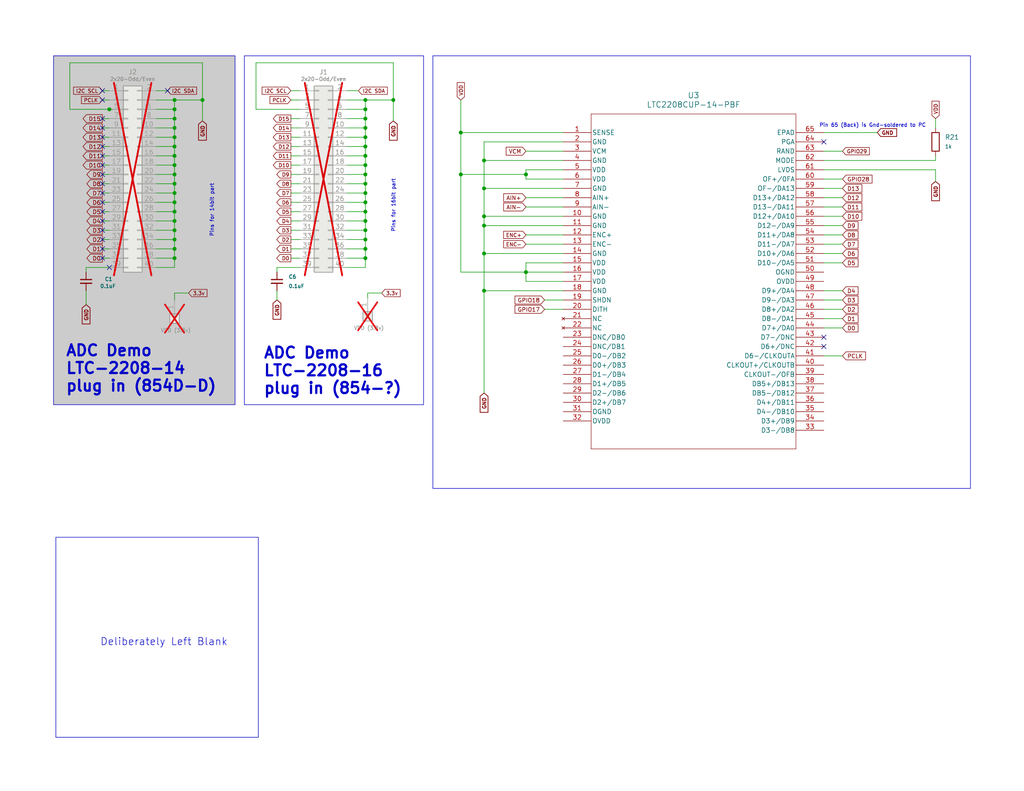
<source format=kicad_sch>
(kicad_sch (version 20231120) (generator "eeschema") (generator_version "8.0")
  (paper "USLetter")
  (title_block (title "PSWS-HF103-proto") (date "2025-04-28") (rev "0.1.0") (company "Dave Witten, KD0EAG") (comment 2 "[ A Minimalist Rework of HF-103 designed by Oskar Stella, ik1xpv ]") (comment 3 "Infineon/Cypress  FX3 DevKit and LTC2208 Demo modules") (comment 4 "A development straw-man based on the") (comment 5 " "))
  (lib_symbols
    (symbol "Connector_Generic:Conn_01x01" (pin_names (offset 1.016) hide)
      (property "Reference" "J" (at 0 2.54 0))
      (property "Value" "Conn_01x01" (at 0 -2.54 0))
      (symbol "Conn_01x01_1_1"
        (rectangle (start -1.27 0.127) (end 0 -0.127) (stroke (width 0.1524)))
        (rectangle (start -1.27 1.27) (end 1.27 -1.27) (stroke (width 0.254)) (fill (type background)))
        (pin passive line (at -5.08 0 0) (length 3.81) (name "Pin_1") (number "1"))
      )
    )
    (symbol "Connector_Generic:Conn_02x20_Odd_Even" (pin_names (offset 1.016) hide)
      (property "Reference" "J" (at 1.27 25.4 0))
      (property "Value" "Conn_02x20_Odd_Even" (at 1.27 -27.94 0))
      (symbol "Conn_02x20_Odd_Even_1_1"
        (rectangle (start -1.27 -25.273) (end 0 -25.527) (stroke (width 0.1524)))
        (rectangle (start -1.27 -22.733) (end 0 -22.987) (stroke (width 0.1524)))
        (rectangle (start -1.27 -20.193) (end 0 -20.447) (stroke (width 0.1524)))
        (rectangle (start -1.27 -17.653) (end 0 -17.907) (stroke (width 0.1524)))
        (rectangle (start -1.27 -15.113) (end 0 -15.367) (stroke (width 0.1524)))
        (rectangle (start -1.27 -12.573) (end 0 -12.827) (stroke (width 0.1524)))
        (rectangle (start -1.27 -10.033) (end 0 -10.287) (stroke (width 0.1524)))
        (rectangle (start -1.27 -7.493) (end 0 -7.747) (stroke (width 0.1524)))
        (rectangle (start -1.27 -4.953) (end 0 -5.207) (stroke (width 0.1524)))
        (rectangle (start -1.27 -2.413) (end 0 -2.667) (stroke (width 0.1524)))
        (rectangle (start -1.27 0.127) (end 0 -0.127) (stroke (width 0.1524)))
        (rectangle (start -1.27 2.667) (end 0 2.413) (stroke (width 0.1524)))
        (rectangle (start -1.27 5.207) (end 0 4.953) (stroke (width 0.1524)))
        (rectangle (start -1.27 7.747) (end 0 7.493) (stroke (width 0.1524)))
        (rectangle (start -1.27 10.287) (end 0 10.033) (stroke (width 0.1524)))
        (rectangle (start -1.27 12.827) (end 0 12.573) (stroke (width 0.1524)))
        (rectangle (start -1.27 15.367) (end 0 15.113) (stroke (width 0.1524)))
        (rectangle (start -1.27 17.907) (end 0 17.653) (stroke (width 0.1524)))
        (rectangle (start -1.27 20.447) (end 0 20.193) (stroke (width 0.1524)))
        (rectangle (start -1.27 22.987) (end 0 22.733) (stroke (width 0.1524)))
        (rectangle (start -1.27 24.13) (end 3.81 -26.67) (stroke (width 0.254)) (fill (type background)))
        (rectangle (start 3.81 -25.273) (end 2.54 -25.527) (stroke (width 0.1524)))
        (rectangle (start 3.81 -22.733) (end 2.54 -22.987) (stroke (width 0.1524)))
        (rectangle (start 3.81 -20.193) (end 2.54 -20.447) (stroke (width 0.1524)))
        (rectangle (start 3.81 -17.653) (end 2.54 -17.907) (stroke (width 0.1524)))
        (rectangle (start 3.81 -15.113) (end 2.54 -15.367) (stroke (width 0.1524)))
        (rectangle (start 3.81 -12.573) (end 2.54 -12.827) (stroke (width 0.1524)))
        (rectangle (start 3.81 -10.033) (end 2.54 -10.287) (stroke (width 0.1524)))
        (rectangle (start 3.81 -7.493) (end 2.54 -7.747) (stroke (width 0.1524)))
        (rectangle (start 3.81 -4.953) (end 2.54 -5.207) (stroke (width 0.1524)))
        (rectangle (start 3.81 -2.413) (end 2.54 -2.667) (stroke (width 0.1524)))
        (rectangle (start 3.81 0.127) (end 2.54 -0.127) (stroke (width 0.1524)))
        (rectangle (start 3.81 2.667) (end 2.54 2.413) (stroke (width 0.1524)))
        (rectangle (start 3.81 5.207) (end 2.54 4.953) (stroke (width 0.1524)))
        (rectangle (start 3.81 7.747) (end 2.54 7.493) (stroke (width 0.1524)))
        (rectangle (start 3.81 10.287) (end 2.54 10.033) (stroke (width 0.1524)))
        (rectangle (start 3.81 12.827) (end 2.54 12.573) (stroke (width 0.1524)))
        (rectangle (start 3.81 15.367) (end 2.54 15.113) (stroke (width 0.1524)))
        (rectangle (start 3.81 17.907) (end 2.54 17.653) (stroke (width 0.1524)))
        (rectangle (start 3.81 20.447) (end 2.54 20.193) (stroke (width 0.1524)))
        (rectangle (start 3.81 22.987) (end 2.54 22.733) (stroke (width 0.1524)))
        (pin passive line (at -5.08 22.86 0) (length 3.81) (name "Pin_1") (number "1"))
        (pin passive line (at 7.62 12.7 180) (length 3.81) (name "Pin_10") (number "10"))
        (pin passive line (at -5.08 10.16 0) (length 3.81) (name "Pin_11") (number "11"))
        (pin passive line (at 7.62 10.16 180) (length 3.81) (name "Pin_12") (number "12"))
        (pin passive line (at -5.08 7.62 0) (length 3.81) (name "Pin_13") (number "13"))
        (pin passive line (at 7.62 7.62 180) (length 3.81) (name "Pin_14") (number "14"))
        (pin passive line (at -5.08 5.08 0) (length 3.81) (name "Pin_15") (number "15"))
        (pin passive line (at 7.62 5.08 180) (length 3.81) (name "Pin_16") (number "16"))
        (pin passive line (at -5.08 2.54 0) (length 3.81) (name "Pin_17") (number "17"))
        (pin passive line (at 7.62 2.54 180) (length 3.81) (name "Pin_18") (number "18"))
        (pin passive line (at -5.08 0 0) (length 3.81) (name "Pin_19") (number "19"))
        (pin passive line (at 7.62 22.86 180) (length 3.81) (name "Pin_2") (number "2"))
        (pin passive line (at 7.62 0 180) (length 3.81) (name "Pin_20") (number "20"))
        (pin passive line (at -5.08 -2.54 0) (length 3.81) (name "Pin_21") (number "21"))
        (pin passive line (at 7.62 -2.54 180) (length 3.81) (name "Pin_22") (number "22"))
        (pin passive line (at -5.08 -5.08 0) (length 3.81) (name "Pin_23") (number "23"))
        (pin passive line (at 7.62 -5.08 180) (length 3.81) (name "Pin_24") (number "24"))
        (pin passive line (at -5.08 -7.62 0) (length 3.81) (name "Pin_25") (number "25"))
        (pin passive line (at 7.62 -7.62 180) (length 3.81) (name "Pin_26") (number "26"))
        (pin passive line (at -5.08 -10.16 0) (length 3.81) (name "Pin_27") (number "27"))
        (pin passive line (at 7.62 -10.16 180) (length 3.81) (name "Pin_28") (number "28"))
        (pin passive line (at -5.08 -12.7 0) (length 3.81) (name "Pin_29") (number "29"))
        (pin passive line (at -5.08 20.32 0) (length 3.81) (name "Pin_3") (number "3"))
        (pin passive line (at 7.62 -12.7 180) (length 3.81) (name "Pin_30") (number "30"))
        (pin passive line (at -5.08 -15.24 0) (length 3.81) (name "Pin_31") (number "31"))
        (pin passive line (at 7.62 -15.24 180) (length 3.81) (name "Pin_32") (number "32"))
        (pin passive line (at -5.08 -17.78 0) (length 3.81) (name "Pin_33") (number "33"))
        (pin passive line (at 7.62 -17.78 180) (length 3.81) (name "Pin_34") (number "34"))
        (pin passive line (at -5.08 -20.32 0) (length 3.81) (name "Pin_35") (number "35"))
        (pin passive line (at 7.62 -20.32 180) (length 3.81) (name "Pin_36") (number "36"))
        (pin passive line (at -5.08 -22.86 0) (length 3.81) (name "Pin_37") (number "37"))
        (pin passive line (at 7.62 -22.86 180) (length 3.81) (name "Pin_38") (number "38"))
        (pin passive line (at -5.08 -25.4 0) (length 3.81) (name "Pin_39") (number "39"))
        (pin passive line (at 7.62 20.32 180) (length 3.81) (name "Pin_4") (number "4"))
        (pin passive line (at 7.62 -25.4 180) (length 3.81) (name "Pin_40") (number "40"))
        (pin passive line (at -5.08 17.78 0) (length 3.81) (name "Pin_5") (number "5"))
        (pin passive line (at 7.62 17.78 180) (length 3.81) (name "Pin_6") (number "6"))
        (pin passive line (at -5.08 15.24 0) (length 3.81) (name "Pin_7") (number "7"))
        (pin passive line (at 7.62 15.24 180) (length 3.81) (name "Pin_8") (number "8"))
        (pin passive line (at -5.08 12.7 0) (length 3.81) (name "Pin_9") (number "9"))
      )
    )
    (symbol "Device:C_Small" (pin_numbers hide) (pin_names (offset 0.254) hide)
      (property "Reference" "C" (at 0.254 1.778 0))
      (property "Value" "C_Small" (at 0.254 -2.032 0))
      (symbol "C_Small_0_1"
        (polyline (pts (xy -1.524 -0.508) (xy 1.524 -0.508)) (stroke (width 0.3302)))
        (polyline (pts (xy -1.524 0.508) (xy 1.524 0.508)) (stroke (width 0.3048)))
      )
      (symbol "C_Small_1_1"
        (pin passive line (at 0 2.54 270) (length 2.032) (name "~") (number "1"))
        (pin passive line (at 0 -2.54 90) (length 2.032) (name "~") (number "2"))
      )
    )
    (symbol "Device:R" (pin_numbers hide) (pin_names (offset 0))
      (property "Reference" "R" (at 2.032 0 90))
      (property "Value" "R" (at 0 0 90))
      (symbol "R_0_1"
        (rectangle (start -1.016 -2.54) (end 1.016 2.54) (stroke (width 0.254)))
      )
      (symbol "R_1_1"
        (pin passive line (at 0 3.81 270) (length 1.27) (name "~") (number "1"))
        (pin passive line (at 0 -3.81 90) (length 1.27) (name "~") (number "2"))
      )
    )
    (symbol "HF103-redux:LTC2208CUP-14-PBF" (pin_names (offset 0.254))
      (property "Reference" "U" (at 35.56 10.16 0))
      (property "Value" "LTC2208CUP-14-PBF" (at 35.56 7.62 0))
      (symbol "LTC2208CUP-14-PBF_0_1"
        (polyline (pts (xy 7.62 -86.36) (xy 63.5 -86.36)) (stroke (width 0.127)))
        (polyline (pts (xy 7.62 5.08) (xy 7.62 -86.36)) (stroke (width 0.127)))
        (polyline (pts (xy 63.5 -86.36) (xy 63.5 5.08)) (stroke (width 0.127)))
        (polyline (pts (xy 63.5 5.08) (xy 7.62 5.08)) (stroke (width 0.127)))
        (pin input line (at 0 0 0) (length 7.62) (name "SENSE") (number "1"))
        (pin power_in line (at 0 -22.86 0) (length 7.62) (name "GND") (number "10"))
        (pin power_in line (at 0 -25.4 0) (length 7.62) (name "GND") (number "11"))
        (pin input line (at 0 -27.94 0) (length 7.62) (name "ENC+") (number "12"))
        (pin input line (at 0 -30.48 0) (length 7.62) (name "ENC-") (number "13"))
        (pin power_in line (at 0 -33.02 0) (length 7.62) (name "GND") (number "14"))
        (pin power_in line (at 0 -35.56 0) (length 7.62) (name "VDD") (number "15"))
        (pin power_in line (at 0 -38.1 0) (length 7.62) (name "VDD") (number "16"))
        (pin power_in line (at 0 -40.64 0) (length 7.62) (name "VDD") (number "17"))
        (pin power_in line (at 0 -43.18 0) (length 7.62) (name "GND") (number "18"))
        (pin unspecified line (at 0 -45.72 0) (length 7.62) (name "SHDN") (number "19"))
        (pin power_in line (at 0 -2.54 0) (length 7.62) (name "GND") (number "2"))
        (pin unspecified line (at 0 -48.26 0) (length 7.62) (name "DITH") (number "20"))
        (pin no_connect line (at 0 -50.8 0) (length 7.62) (name "NC") (number "21"))
        (pin no_connect line (at 0 -53.34 0) (length 7.62) (name "NC") (number "22"))
        (pin bidirectional line (at 0 -55.88 0) (length 7.62) (name "DNC/DB0") (number "23"))
        (pin bidirectional line (at 0 -58.42 0) (length 7.62) (name "DNC/DB1") (number "24"))
        (pin output line (at 0 -60.96 0) (length 7.62) (name "D0-/DB2") (number "25"))
        (pin output line (at 0 -63.5 0) (length 7.62) (name "D0+/DB3") (number "26"))
        (pin output line (at 0 -66.04 0) (length 7.62) (name "D1-/DB4") (number "27"))
        (pin output line (at 0 -68.58 0) (length 7.62) (name "D1+/DB5") (number "28"))
        (pin output line (at 0 -71.12 0) (length 7.62) (name "D2-/DB6") (number "29"))
        (pin output line (at 0 -5.08 0) (length 7.62) (name "VCM") (number "3"))
        (pin output line (at 0 -73.66 0) (length 7.62) (name "D2+/DB7") (number "30"))
        (pin power_in line (at 0 -76.2 0) (length 7.62) (name "OGND") (number "31"))
        (pin power_in line (at 0 -78.74 0) (length 7.62) (name "OVDD") (number "32"))
        (pin output line (at 71.12 -81.28 180) (length 7.62) (name "D3-/DB8") (number "33"))
        (pin output line (at 71.12 -78.74 180) (length 7.62) (name "D3+/DB9") (number "34"))
        (pin output line (at 71.12 -76.2 180) (length 7.62) (name "D4-/DB10") (number "35"))
        (pin output line (at 71.12 -73.66 180) (length 7.62) (name "D4+/DB11") (number "36"))
        (pin output line (at 71.12 -71.12 180) (length 7.62) (name "DB5-/DB12") (number "37"))
        (pin output line (at 71.12 -68.58 180) (length 7.62) (name "DB5+/DB13") (number "38"))
        (pin output line (at 71.12 -66.04 180) (length 7.62) (name "CLKOUT-/OFB") (number "39"))
        (pin power_in line (at 0 -7.62 0) (length 7.62) (name "GND") (number "4"))
        (pin output line (at 71.12 -63.5 180) (length 7.62) (name "CLKOUT+/CLKOUTB") (number "40"))
        (pin output line (at 71.12 -60.96 180) (length 7.62) (name "D6-/CLKOUTA") (number "41"))
        (pin bidirectional line (at 71.12 -58.42 180) (length 7.62) (name "D6+/DNC") (number "42"))
        (pin bidirectional line (at 71.12 -55.88 180) (length 7.62) (name "D7-/DNC") (number "43"))
        (pin output line (at 71.12 -53.34 180) (length 7.62) (name "D7+/DA0") (number "44"))
        (pin output line (at 71.12 -50.8 180) (length 7.62) (name "D8-/DA1") (number "45"))
        (pin output line (at 71.12 -48.26 180) (length 7.62) (name "D8+/DA2") (number "46"))
        (pin output line (at 71.12 -45.72 180) (length 7.62) (name "D9-/DA3") (number "47"))
        (pin output line (at 71.12 -43.18 180) (length 7.62) (name "D9+/DA4") (number "48"))
        (pin power_in line (at 71.12 -40.64 180) (length 7.62) (name "OVDD") (number "49"))
        (pin power_in line (at 0 -10.16 0) (length 7.62) (name "VDD") (number "5"))
        (pin power_in line (at 71.12 -38.1 180) (length 7.62) (name "OGND") (number "50"))
        (pin output line (at 71.12 -35.56 180) (length 7.62) (name "D10-/DA5") (number "51"))
        (pin output line (at 71.12 -33.02 180) (length 7.62) (name "D10+/DA6") (number "52"))
        (pin output line (at 71.12 -30.48 180) (length 7.62) (name "D11-/DA7") (number "53"))
        (pin output line (at 71.12 -27.94 180) (length 7.62) (name "D11+/DA8") (number "54"))
        (pin output line (at 71.12 -25.4 180) (length 7.62) (name "D12-/DA9") (number "55"))
        (pin output line (at 71.12 -22.86 180) (length 7.62) (name "D12+/DA10") (number "56"))
        (pin output line (at 71.12 -20.32 180) (length 7.62) (name "D13-/DA11") (number "57"))
        (pin output line (at 71.12 -17.78 180) (length 7.62) (name "D13+/DA12") (number "58"))
        (pin output line (at 71.12 -15.24 180) (length 7.62) (name "OF-/DA13") (number "59"))
        (pin power_in line (at 0 -12.7 0) (length 7.62) (name "VDD") (number "6"))
        (pin output line (at 71.12 -12.7 180) (length 7.62) (name "OF+/0FA") (number "60"))
        (pin output line (at 71.12 -10.16 180) (length 7.62) (name "LVDS") (number "61"))
        (pin output line (at 71.12 -7.62 180) (length 7.62) (name "MODE") (number "62"))
        (pin output line (at 71.12 -5.08 180) (length 7.62) (name "RAND") (number "63"))
        (pin input line (at 71.12 -2.54 180) (length 7.62) (name "PGA") (number "64"))
        (pin unspecified line (at 71.12 0 180) (length 7.62) (name "EPAD") (number "65"))
        (pin power_in line (at 0 -15.24 0) (length 7.62) (name "GND") (number "7"))
        (pin input line (at 0 -17.78 0) (length 7.62) (name "AIN+") (number "8"))
        (pin input line (at 0 -20.32 0) (length 7.62) (name "AIN-") (number "9"))
      )
    )
  )
  (junction (at 99.695 55.245))
  (junction (at 47.625 70.485))
  (junction (at 132.08 79.375))
  (junction (at 99.695 42.545))
  (junction (at 132.08 59.055))
  (junction (at 47.625 65.405))
  (junction (at 132.08 69.215))
  (junction (at 47.625 67.945))
  (junction (at 143.51 47.625))
  (junction (at 47.625 37.465))
  (junction (at 132.08 61.595))
  (junction (at 55.245 27.305))
  (junction (at 99.695 67.945))
  (junction (at 47.625 27.305))
  (junction (at 99.695 65.405))
  (junction (at 99.695 60.325))
  (junction (at 29.845 29.845))
  (junction (at 125.73 47.625))
  (junction (at 99.695 57.785))
  (junction (at 47.625 50.165))
  (junction (at 99.695 32.385))
  (junction (at 143.51 74.295))
  (junction (at 47.625 52.705))
  (junction (at 47.625 60.325))
  (junction (at 99.695 70.485))
  (junction (at 125.73 36.195))
  (junction (at 99.695 29.845))
  (junction (at 132.08 43.815))
  (junction (at 47.625 45.085))
  (junction (at 99.695 50.165))
  (junction (at 47.625 32.385))
  (junction (at 47.625 55.245))
  (junction (at 47.625 34.925))
  (junction (at 99.695 37.465))
  (junction (at 99.695 62.865))
  (junction (at 132.08 51.435))
  (junction (at 47.625 62.865))
  (junction (at 99.695 47.625))
  (junction (at 47.625 57.785))
  (junction (at 99.695 27.305))
  (junction (at 99.695 52.705))
  (junction (at 47.625 29.845))
  (junction (at 99.695 40.005))
  (junction (at 107.315 27.305))
  (junction (at 99.695 45.085))
  (junction (at 47.625 42.545))
  (junction (at 47.625 47.625))
  (junction (at 99.695 34.925))
  (junction (at 47.625 40.005))
  (no_connect (at 224.79 94.615))
  (no_connect (at 27.94 70.485))
  (no_connect (at 27.94 67.945))
  (no_connect (at 27.94 47.625))
  (no_connect (at 27.94 45.085))
  (no_connect (at 27.94 65.405))
  (no_connect (at 27.94 27.305))
  (no_connect (at 27.94 24.765))
  (no_connect (at 27.94 34.925))
  (no_connect (at 27.94 52.705))
  (no_connect (at 27.94 60.325))
  (no_connect (at 27.94 37.465))
  (no_connect (at 27.94 50.165))
  (no_connect (at 27.94 62.865))
  (no_connect (at 27.94 55.245))
  (no_connect (at 27.94 42.545))
  (no_connect (at 29.845 73.025))
  (no_connect (at 27.94 40.005))
  (no_connect (at 27.94 57.785))
  (no_connect (at 224.79 92.075))
  (no_connect (at 27.94 32.385))
  (no_connect (at 224.79 38.735))
  (no_connect (at 45.72 24.765))
  (wire (pts (xy 132.08 107.315) (xy 132.08 79.375)))
  (wire (pts (xy 69.85 17.145) (xy 69.85 29.845)))
  (wire (pts (xy 255.27 42.545) (xy 255.27 43.815)))
  (wire (pts (xy 27.94 47.625) (xy 29.845 47.625)))
  (wire (pts (xy 47.625 34.925) (xy 42.545 34.925)))
  (wire (pts (xy 27.94 70.485) (xy 29.845 70.485)))
  (wire (pts (xy 132.08 59.055) (xy 153.67 59.055)))
  (wire (pts (xy 224.79 84.455) (xy 229.87 84.455)))
  (wire (pts (xy 143.51 47.625) (xy 143.51 48.895)))
  (wire (pts (xy 99.695 57.785) (xy 99.695 60.325)))
  (wire (pts (xy 99.695 40.005) (xy 94.615 40.005)))
  (wire (pts (xy 224.79 41.275) (xy 229.87 41.275)))
  (wire (pts (xy 99.695 52.705) (xy 99.695 55.245)))
  (wire (pts (xy 125.73 74.295) (xy 143.51 74.295)))
  (wire (pts (xy 81.915 29.845) (xy 69.85 29.845)))
  (wire (pts (xy 143.51 71.755) (xy 153.67 71.755)))
  (wire (pts (xy 27.94 65.405) (xy 29.845 65.405)))
  (wire (pts (xy 47.625 60.325) (xy 47.625 62.865)))
  (wire (pts (xy 79.375 32.385) (xy 81.915 32.385)))
  (wire (pts (xy 99.695 50.165) (xy 94.615 50.165)))
  (wire (pts (xy 75.565 73.025) (xy 81.915 73.025)))
  (wire (pts (xy 143.51 76.835) (xy 153.67 76.835)))
  (wire (pts (xy 47.625 52.705) (xy 47.625 55.245)))
  (wire (pts (xy 31.115 29.845) (xy 29.845 29.845)))
  (wire (pts (xy 143.51 46.355) (xy 153.67 46.355)))
  (wire (pts (xy 99.695 60.325) (xy 99.695 62.865)))
  (wire (pts (xy 47.625 32.385) (xy 42.545 32.385)))
  (wire (pts (xy 143.51 46.355) (xy 143.51 47.625)))
  (wire (pts (xy 47.625 40.005) (xy 47.625 42.545)))
  (wire (pts (xy 143.51 71.755) (xy 143.51 74.295)))
  (wire (pts (xy 27.94 37.465) (xy 29.845 37.465)))
  (wire (pts (xy 224.79 79.375) (xy 229.87 79.375)))
  (wire (pts (xy 47.625 50.165) (xy 42.545 50.165)))
  (wire (pts (xy 79.375 24.765) (xy 81.915 24.765)))
  (wire (pts (xy 47.625 55.245) (xy 47.625 57.785)))
  (wire (pts (xy 132.08 69.215) (xy 153.67 69.215)))
  (wire (pts (xy 47.625 47.625) (xy 42.545 47.625)))
  (wire (pts (xy 125.73 36.195) (xy 153.67 36.195)))
  (wire (pts (xy 79.375 57.785) (xy 81.915 57.785)))
  (wire (pts (xy 99.695 34.925) (xy 94.615 34.925)))
  (wire (pts (xy 23.495 73.025) (xy 23.495 74.295)))
  (wire (pts (xy 47.625 47.625) (xy 47.625 50.165)))
  (wire (pts (xy 132.08 79.375) (xy 132.08 69.215)))
  (wire (pts (xy 75.565 74.295) (xy 75.565 73.025)))
  (wire (pts (xy 224.79 51.435) (xy 229.87 51.435)))
  (wire (pts (xy 47.625 57.785) (xy 42.545 57.785)))
  (wire (pts (xy 99.695 67.945) (xy 99.695 70.485)))
  (wire (pts (xy 47.625 62.865) (xy 42.545 62.865)))
  (wire (pts (xy 47.625 80.01) (xy 47.625 81.915)))
  (wire (pts (xy 79.375 40.005) (xy 81.915 40.005)))
  (wire (pts (xy 125.73 36.195) (xy 125.73 47.625)))
  (wire (pts (xy 143.51 74.295) (xy 143.51 76.835)))
  (wire (pts (xy 79.375 27.305) (xy 81.915 27.305)))
  (wire (pts (xy 99.695 45.085) (xy 94.615 45.085)))
  (wire (pts (xy 79.375 70.485) (xy 81.915 70.485)))
  (wire (pts (xy 224.79 66.675) (xy 229.87 66.675)))
  (wire (pts (xy 99.695 57.785) (xy 94.615 57.785)))
  (wire (pts (xy 79.375 37.465) (xy 81.915 37.465)))
  (wire (pts (xy 99.695 40.005) (xy 99.695 42.545)))
  (wire (pts (xy 99.695 32.385) (xy 94.615 32.385)))
  (wire (pts (xy 99.695 27.305) (xy 94.615 27.305)))
  (wire (pts (xy 75.565 79.375) (xy 75.565 81.915)))
  (wire (pts (xy 143.51 53.975) (xy 153.67 53.975)))
  (wire (pts (xy 47.625 70.485) (xy 47.625 73.025)))
  (wire (pts (xy 94.615 24.765) (xy 97.79 24.765)))
  (wire (pts (xy 99.695 70.485) (xy 94.615 70.485)))
  (wire (pts (xy 27.94 50.165) (xy 29.845 50.165)))
  (wire (pts (xy 224.79 36.195) (xy 239.395 36.195)))
  (wire (pts (xy 27.94 67.945) (xy 29.845 67.945)))
  (wire (pts (xy 99.695 60.325) (xy 94.615 60.325)))
  (wire (pts (xy 47.625 40.005) (xy 42.545 40.005)))
  (wire (pts (xy 125.73 47.625) (xy 125.73 74.295)))
  (wire (pts (xy 100.33 80.01) (xy 100.33 81.28)))
  (wire (pts (xy 79.375 55.245) (xy 81.915 55.245)))
  (wire (pts (xy 99.695 62.865) (xy 94.615 62.865)))
  (wire (pts (xy 107.315 17.145) (xy 107.315 27.305)))
  (wire (pts (xy 23.495 79.375) (xy 23.495 83.185)))
  (wire (pts (xy 47.625 67.945) (xy 47.625 70.485)))
  (wire (pts (xy 79.375 65.405) (xy 81.915 65.405)))
  (wire (pts (xy 47.625 65.405) (xy 47.625 67.945)))
  (wire (pts (xy 99.695 42.545) (xy 94.615 42.545)))
  (wire (pts (xy 224.79 81.915) (xy 229.87 81.915)))
  (wire (pts (xy 99.695 34.925) (xy 99.695 37.465)))
  (wire (pts (xy 47.625 55.245) (xy 42.545 55.245)))
  (wire (pts (xy 79.375 34.925) (xy 81.915 34.925)))
  (wire (pts (xy 125.73 47.625) (xy 143.51 47.625)))
  (wire (pts (xy 47.625 37.465) (xy 47.625 40.005)))
  (wire (pts (xy 148.59 81.915) (xy 153.67 81.915)))
  (wire (pts (xy 99.695 29.845) (xy 94.615 29.845)))
  (wire (pts (xy 132.08 61.595) (xy 153.67 61.595)))
  (wire (pts (xy 27.94 62.865) (xy 29.845 62.865)))
  (wire (pts (xy 99.695 45.085) (xy 99.695 47.625)))
  (wire (pts (xy 143.51 66.675) (xy 153.67 66.675)))
  (wire (pts (xy 79.375 47.625) (xy 81.915 47.625)))
  (wire (pts (xy 79.375 67.945) (xy 81.915 67.945)))
  (wire (pts (xy 132.08 43.815) (xy 132.08 38.735)))
  (wire (pts (xy 107.315 27.305) (xy 107.315 33.02)))
  (wire (pts (xy 47.625 73.025) (xy 42.545 73.025)))
  (wire (pts (xy 99.695 67.945) (xy 94.615 67.945)))
  (wire (pts (xy 143.51 48.895) (xy 153.67 48.895)))
  (wire (pts (xy 47.625 57.785) (xy 47.625 60.325)))
  (wire (pts (xy 143.51 41.275) (xy 153.67 41.275)))
  (wire (pts (xy 132.08 51.435) (xy 153.67 51.435)))
  (wire (pts (xy 47.625 32.385) (xy 47.625 34.925)))
  (wire (pts (xy 69.85 17.145) (xy 107.315 17.145)))
  (wire (pts (xy 79.375 45.085) (xy 81.915 45.085)))
  (wire (pts (xy 99.695 47.625) (xy 99.695 50.165)))
  (wire (pts (xy 99.695 50.165) (xy 99.695 52.705)))
  (wire (pts (xy 132.08 59.055) (xy 132.08 51.435)))
  (wire (pts (xy 47.625 29.845) (xy 42.545 29.845)))
  (wire (pts (xy 47.625 50.165) (xy 47.625 52.705)))
  (wire (pts (xy 79.375 60.325) (xy 81.915 60.325)))
  (wire (pts (xy 132.08 43.815) (xy 153.67 43.815)))
  (wire (pts (xy 224.79 48.895) (xy 229.87 48.895)))
  (wire (pts (xy 27.94 45.085) (xy 29.845 45.085)))
  (wire (pts (xy 132.08 61.595) (xy 132.08 59.055)))
  (wire (pts (xy 47.625 45.085) (xy 47.625 47.625)))
  (wire (pts (xy 99.695 27.305) (xy 107.315 27.305)))
  (wire (pts (xy 27.94 57.785) (xy 29.845 57.785)))
  (wire (pts (xy 79.375 52.705) (xy 81.915 52.705)))
  (wire (pts (xy 224.79 97.155) (xy 229.87 97.155)))
  (wire (pts (xy 55.245 17.145) (xy 55.245 27.305)))
  (wire (pts (xy 99.695 65.405) (xy 99.695 67.945)))
  (wire (pts (xy 47.625 45.085) (xy 42.545 45.085)))
  (wire (pts (xy 47.625 60.325) (xy 42.545 60.325)))
  (wire (pts (xy 99.695 70.485) (xy 99.695 73.025)))
  (wire (pts (xy 132.08 69.215) (xy 132.08 61.595)))
  (wire (pts (xy 99.695 52.705) (xy 94.615 52.705)))
  (wire (pts (xy 47.625 34.925) (xy 47.625 37.465)))
  (wire (pts (xy 27.94 24.765) (xy 29.845 24.765)))
  (wire (pts (xy 143.51 74.295) (xy 153.67 74.295)))
  (wire (pts (xy 143.51 64.135) (xy 153.67 64.135)))
  (wire (pts (xy 99.695 55.245) (xy 94.615 55.245)))
  (wire (pts (xy 27.94 60.325) (xy 29.845 60.325)))
  (wire (pts (xy 47.625 65.405) (xy 42.545 65.405)))
  (wire (pts (xy 224.79 69.215) (xy 229.87 69.215)))
  (wire (pts (xy 42.545 24.765) (xy 45.72 24.765)))
  (wire (pts (xy 47.625 62.865) (xy 47.625 65.405)))
  (wire (pts (xy 47.625 42.545) (xy 42.545 42.545)))
  (wire (pts (xy 47.625 27.305) (xy 42.545 27.305)))
  (wire (pts (xy 255.27 49.53) (xy 255.27 46.355)))
  (wire (pts (xy 47.625 70.485) (xy 42.545 70.485)))
  (wire (pts (xy 148.59 84.455) (xy 153.67 84.455)))
  (wire (pts (xy 99.695 55.245) (xy 99.695 57.785)))
  (wire (pts (xy 79.375 50.165) (xy 81.915 50.165)))
  (wire (pts (xy 224.79 59.055) (xy 229.87 59.055)))
  (wire (pts (xy 224.79 61.595) (xy 229.87 61.595)))
  (wire (pts (xy 104.14 80.01) (xy 100.33 80.01)))
  (wire (pts (xy 47.625 67.945) (xy 42.545 67.945)))
  (wire (pts (xy 224.79 71.755) (xy 229.87 71.755)))
  (wire (pts (xy 99.695 27.305) (xy 99.695 29.845)))
  (wire (pts (xy 47.625 37.465) (xy 42.545 37.465)))
  (wire (pts (xy 99.695 73.025) (xy 94.615 73.025)))
  (wire (pts (xy 99.695 42.545) (xy 99.695 45.085)))
  (wire (pts (xy 47.625 27.305) (xy 47.625 29.845)))
  (wire (pts (xy 99.695 37.465) (xy 99.695 40.005)))
  (wire (pts (xy 47.625 52.705) (xy 42.545 52.705)))
  (wire (pts (xy 29.845 29.845) (xy 19.05 29.845)))
  (wire (pts (xy 224.79 56.515) (xy 229.87 56.515)))
  (wire (pts (xy 255.27 46.355) (xy 224.79 46.355)))
  (wire (pts (xy 224.79 89.535) (xy 229.87 89.535)))
  (wire (pts (xy 23.495 73.025) (xy 29.845 73.025)))
  (wire (pts (xy 224.79 86.995) (xy 229.87 86.995)))
  (wire (pts (xy 27.94 40.005) (xy 29.845 40.005)))
  (wire (pts (xy 99.695 47.625) (xy 94.615 47.625)))
  (wire (pts (xy 132.08 38.735) (xy 153.67 38.735)))
  (wire (pts (xy 99.695 29.845) (xy 99.695 32.385)))
  (wire (pts (xy 27.94 32.385) (xy 29.845 32.385)))
  (wire (pts (xy 79.375 42.545) (xy 81.915 42.545)))
  (wire (pts (xy 143.51 56.515) (xy 153.67 56.515)))
  (wire (pts (xy 224.79 43.815) (xy 255.27 43.815)))
  (wire (pts (xy 47.625 42.545) (xy 47.625 45.085)))
  (wire (pts (xy 27.94 34.925) (xy 29.845 34.925)))
  (wire (pts (xy 55.245 27.305) (xy 55.245 33.02)))
  (wire (pts (xy 132.08 79.375) (xy 153.67 79.375)))
  (wire (pts (xy 47.625 29.845) (xy 47.625 32.385)))
  (wire (pts (xy 47.625 27.305) (xy 55.245 27.305)))
  (wire (pts (xy 19.05 17.145) (xy 55.245 17.145)))
  (wire (pts (xy 224.79 53.975) (xy 229.87 53.975)))
  (wire (pts (xy 27.94 52.705) (xy 29.845 52.705)))
  (wire (pts (xy 19.05 17.145) (xy 19.05 29.845)))
  (wire (pts (xy 224.79 64.135) (xy 229.87 64.135)))
  (wire (pts (xy 99.695 62.865) (xy 99.695 65.405)))
  (wire (pts (xy 99.695 37.465) (xy 94.615 37.465)))
  (wire (pts (xy 27.94 55.245) (xy 29.845 55.245)))
  (wire (pts (xy 51.435 80.01) (xy 47.625 80.01)))
  (wire (pts (xy 99.695 32.385) (xy 99.695 34.925)))
  (wire (pts (xy 27.94 27.305) (xy 29.845 27.305)))
  (wire (pts (xy 27.94 42.545) (xy 29.845 42.545)))
  (wire (pts (xy 125.73 27.305) (xy 125.73 36.195)))
  (wire (pts (xy 132.08 51.435) (xy 132.08 43.815)))
  (wire (pts (xy 99.695 65.405) (xy 94.615 65.405)))
  (wire (pts (xy 255.27 32.385) (xy 255.27 34.925)))
  (wire (pts (xy 79.375 62.865) (xy 81.915 62.865)))
  (rectangle (start 15.24 146.685) (end 70.485 201.295))
  (rectangle (start 66.675 15.24) (end 115.57 110.49))
  (rectangle (start 118.11 15.24) (end 264.795 133.35))
  (rectangle (start 14.605 15.24) (end 64.135 110.49) (fill (type color) (color 72 72 72 0.28)))
  (text "Pins for 16bit part" (at 107.95 63.5 90) (effects (font (size 1 1)) (justify left bottom)))
  (text "ADC Demo \nLTC-2208-16\nplug in (854-?)" (at 71.755 107.95 0) (effects (font (size 3 3) (thickness 0.6) (bold yes)) (justify left bottom)))
  (text "Pin 65 (Back) is Gnd-soldered to PC" (at 223.52 34.925 0) (effects (font (size 1 1)) (justify left bottom)))
  (text "Deliberately Left Blank" (at 27.305 176.53 0) (effects (font (size 2 2)) (justify left bottom)))
  (text "Pins for 14bit part" (at 58.42 64.77 90) (effects (font (size 1 1)) (justify left bottom)))
  (text "ADC Demo \nLTC-2208-14\nplug in (854D-D)" (at 17.78 107.315 0) (effects (font (size 3 3) (thickness 0.6) (bold yes)) (justify left bottom)))
  (global_label "I2C SCL" (shape input) (at 79.375 24.765 180) (effects (font (size 1 1))) (property "Intersheetrefs" "${INTERSHEET_REFS}" (at 71.0723 24.765 0) (effects (justify right))))
  (global_label "GPIO28" (shape input) (at 229.87 48.895 0) (effects (font (size 1.1 1.1))) (property "Intersheetrefs" "${INTERSHEET_REFS}" (at 238.3579 48.895 0) (effects (justify left))))
  (global_label "AIN-" (shape input) (at 143.51 56.515 180) (effects (font (size 1.1 1.1))) (property "Intersheetrefs" "${INTERSHEET_REFS}" (at 137.0125 56.515 0) (effects (justify right))))
  (global_label "GPIO29" (shape input) (at 229.87 41.275 0) (effects (font (size 1 1))) (property "Intersheetrefs" "${INTERSHEET_REFS}" (at 237.6489 41.275 0) (effects (justify left))))
  (global_label "D3" (shape output) (at 79.375 62.865 180) (effects (font (size 1 1))) (property "Intersheetrefs" "${INTERSHEET_REFS}" (at 75.0723 62.865 0) (effects (justify right))))
  (global_label "D6" (shape input) (at 229.87 69.215 0) (effects (font (size 1.1 1.1))) (property "Intersheetrefs" "${INTERSHEET_REFS}" (at 234.5341 69.215 0) (effects (justify left))))
  (global_label "D11" (shape output) (at 27.94 42.545 180) (effects (font (size 1.1 1.1))) (property "Intersheetrefs" "${INTERSHEET_REFS}" (at 22.1595 42.545 0) (effects (justify right))))
  (global_label "GND" (shape input) (at 75.565 81.915 270) (effects (font (size 1 1) (bold yes))) (property "Intersheetrefs" "${INTERSHEET_REFS}" (at 75.565 87.6879 90) (effects (justify right))))
  (global_label "D1" (shape output) (at 79.375 67.945 180) (effects (font (size 1 1))) (property "Intersheetrefs" "${INTERSHEET_REFS}" (at 75.0723 67.945 0) (effects (justify right))))
  (global_label "VDD" (shape input) (at 125.73 27.305 90) (effects (font (size 1 1))) (property "Intersheetrefs" "${INTERSHEET_REFS}" (at 125.73 22.0976 90) (effects (justify left))))
  (global_label "D10" (shape output) (at 27.94 45.085 180) (effects (font (size 1.1 1.1))) (property "Intersheetrefs" "${INTERSHEET_REFS}" (at 22.1595 45.085 0) (effects (justify right))))
  (global_label "D3" (shape output) (at 27.94 62.865 180) (effects (font (size 1.1 1.1))) (property "Intersheetrefs" "${INTERSHEET_REFS}" (at 23.2071 62.865 0) (effects (justify right))))
  (global_label "PCLK" (shape input) (at 229.87 97.155 0) (effects (font (size 1.1 1.1))) (property "Intersheetrefs" "${INTERSHEET_REFS}" (at 236.577 97.155 0) (effects (justify left))))
  (global_label "D1" (shape output) (at 27.94 67.945 180) (effects (font (size 1.1 1.1))) (property "Intersheetrefs" "${INTERSHEET_REFS}" (at 23.2071 67.945 0) (effects (justify right))))
  (global_label "D13" (shape input) (at 229.87 51.435 0) (effects (font (size 1.1 1.1))) (property "Intersheetrefs" "${INTERSHEET_REFS}" (at 235.5817 51.435 0) (effects (justify left))))
  (global_label "D12" (shape output) (at 27.94 40.005 180) (effects (font (size 1.1 1.1))) (property "Intersheetrefs" "${INTERSHEET_REFS}" (at 22.1595 40.005 0) (effects (justify right))))
  (global_label "GPIO17" (shape input) (at 148.59 84.455 180) (effects (font (size 1.1 1.1))) (property "Intersheetrefs" "${INTERSHEET_REFS}" (at 140.1021 84.455 0) (effects (justify right))))
  (global_label "I2C SCL" (shape input) (at 27.94 24.765 180) (effects (font (size 1 1))) (property "Intersheetrefs" "${INTERSHEET_REFS}" (at 19.6373 24.765 0) (effects (justify right))))
  (global_label "D13" (shape output) (at 79.375 37.465 180) (effects (font (size 1 1))) (property "Intersheetrefs" "${INTERSHEET_REFS}" (at 74.1199 37.465 0) (effects (justify right))))
  (global_label "D15" (shape output) (at 27.94 32.385 180) (effects (font (size 1.1 1.1))) (property "Intersheetrefs" "${INTERSHEET_REFS}" (at 22.1595 32.385 0) (effects (justify right))))
  (global_label "D10" (shape output) (at 79.375 45.085 180) (effects (font (size 1 1))) (property "Intersheetrefs" "${INTERSHEET_REFS}" (at 74.1199 45.085 0) (effects (justify right))))
  (global_label "D1" (shape input) (at 229.87 86.995 0) (effects (font (size 1.1 1.1))) (property "Intersheetrefs" "${INTERSHEET_REFS}" (at 234.5341 86.995 0) (effects (justify left))))
  (global_label "D8" (shape output) (at 27.94 50.165 180) (effects (font (size 1.1 1.1))) (property "Intersheetrefs" "${INTERSHEET_REFS}" (at 23.2071 50.165 0) (effects (justify right))))
  (global_label "AIN+" (shape input) (at 143.51 53.975 180) (effects (font (size 1.1 1.1))) (property "Intersheetrefs" "${INTERSHEET_REFS}" (at 137.0125 53.975 0) (effects (justify right))))
  (global_label "D7" (shape output) (at 27.94 52.705 180) (effects (font (size 1.1 1.1))) (property "Intersheetrefs" "${INTERSHEET_REFS}" (at 23.2071 52.705 0) (effects (justify right))))
  (global_label "D0" (shape output) (at 27.94 70.485 180) (effects (font (size 1.1 1.1))) (property "Intersheetrefs" "${INTERSHEET_REFS}" (at 23.2071 70.485 0) (effects (justify right))))
  (global_label "3.3v" (shape input) (at 51.435 80.01 0) (effects (font (size 1 1))) (property "Intersheetrefs" "${INTERSHEET_REFS}" (at 56.9282 80.01 0) (effects (justify left))))
  (global_label "GND" (shape input) (at 107.315 33.02 270) (effects (font (size 1 1) (bold yes))) (property "Intersheetrefs" "${INTERSHEET_REFS}" (at 107.315 38.7929 90) (effects (justify right))))
  (global_label "D11" (shape output) (at 79.375 42.545 180) (effects (font (size 1 1))) (property "Intersheetrefs" "${INTERSHEET_REFS}" (at 74.1199 42.545 0) (effects (justify right))))
  (global_label "D4" (shape output) (at 27.94 60.325 180) (effects (font (size 1.1 1.1))) (property "Intersheetrefs" "${INTERSHEET_REFS}" (at 23.2071 60.325 0) (effects (justify right))))
  (global_label "D7" (shape input) (at 229.87 66.675 0) (effects (font (size 1.1 1.1))) (property "Intersheetrefs" "${INTERSHEET_REFS}" (at 234.5341 66.675 0) (effects (justify left))))
  (global_label "VDD" (shape input) (at 255.27 32.385 90) (effects (font (size 1 1))) (property "Intersheetrefs" "${INTERSHEET_REFS}" (at 255.27 27.1776 90) (effects (justify left))))
  (global_label "D6" (shape output) (at 79.375 55.245 180) (effects (font (size 1 1))) (property "Intersheetrefs" "${INTERSHEET_REFS}" (at 75.0723 55.245 0) (effects (justify right))))
  (global_label "PCLK" (shape input) (at 27.94 27.305 180) (effects (font (size 1 1))) (property "Intersheetrefs" "${INTERSHEET_REFS}" (at 21.7802 27.305 0) (effects (justify right))))
  (global_label "GND" (shape input) (at 55.245 33.02 270) (effects (font (size 1 1) (bold yes))) (property "Intersheetrefs" "${INTERSHEET_REFS}" (at 55.245 38.7929 90) (effects (justify right))))
  (global_label "GND" (shape input) (at 23.495 83.185 270) (effects (font (size 1 1) (bold yes))) (property "Intersheetrefs" "${INTERSHEET_REFS}" (at 23.495 88.9579 90) (effects (justify right))))
  (global_label "D2" (shape input) (at 229.87 84.455 0) (effects (font (size 1.1 1.1))) (property "Intersheetrefs" "${INTERSHEET_REFS}" (at 234.5341 84.455 0) (effects (justify left))))
  (global_label "D12" (shape output) (at 79.375 40.005 180) (effects (font (size 1 1))) (property "Intersheetrefs" "${INTERSHEET_REFS}" (at 74.1199 40.005 0) (effects (justify right))))
  (global_label "GND" (shape input) (at 132.08 107.315 270) (effects (font (size 1 1) (bold yes))) (property "Intersheetrefs" "${INTERSHEET_REFS}" (at 132.08 113.0879 90) (effects (justify right))))
  (global_label "D9" (shape output) (at 27.94 47.625 180) (effects (font (size 1.1 1.1))) (property "Intersheetrefs" "${INTERSHEET_REFS}" (at 23.2071 47.625 0) (effects (justify right))))
  (global_label "D15" (shape output) (at 79.375 32.385 180) (effects (font (size 1 1))) (property "Intersheetrefs" "${INTERSHEET_REFS}" (at 74.1199 32.385 0) (effects (justify right))))
  (global_label "3.3v" (shape input) (at 104.14 80.01 0) (effects (font (size 1 1))) (property "Intersheetrefs" "${INTERSHEET_REFS}" (at 109.6332 80.01 0) (effects (justify left))))
  (global_label "D14" (shape output) (at 27.94 34.925 180) (effects (font (size 1.1 1.1))) (property "Intersheetrefs" "${INTERSHEET_REFS}" (at 22.1595 34.925 0) (effects (justify right))))
  (global_label "D8" (shape output) (at 79.375 50.165 180) (effects (font (size 1 1))) (property "Intersheetrefs" "${INTERSHEET_REFS}" (at 75.0723 50.165 0) (effects (justify right))))
  (global_label "GPIO18" (shape input) (at 148.59 81.915 180) (effects (font (size 1.1 1.1))) (property "Intersheetrefs" "${INTERSHEET_REFS}" (at 140.1021 81.915 0) (effects (justify right))))
  (global_label "VCM" (shape input) (at 143.51 41.275 180) (effects (font (size 1.1 1.1))) (property "Intersheetrefs" "${INTERSHEET_REFS}" (at 137.6935 41.275 0) (effects (justify right))))
  (global_label "D5" (shape output) (at 79.375 57.785 180) (effects (font (size 1 1))) (property "Intersheetrefs" "${INTERSHEET_REFS}" (at 75.0723 57.785 0) (effects (justify right))))
  (global_label "D7" (shape output) (at 79.375 52.705 180) (effects (font (size 1 1))) (property "Intersheetrefs" "${INTERSHEET_REFS}" (at 75.0723 52.705 0) (effects (justify right))))
  (global_label "D3" (shape input) (at 229.87 81.915 0) (effects (font (size 1.1 1.1))) (property "Intersheetrefs" "${INTERSHEET_REFS}" (at 234.5341 81.915 0) (effects (justify left))))
  (global_label "D6" (shape output) (at 27.94 55.245 180) (effects (font (size 1.1 1.1))) (property "Intersheetrefs" "${INTERSHEET_REFS}" (at 23.2071 55.245 0) (effects (justify right))))
  (global_label "D8" (shape input) (at 229.87 64.135 0) (effects (font (size 1.1 1.1))) (property "Intersheetrefs" "${INTERSHEET_REFS}" (at 234.5341 64.135 0) (effects (justify left))))
  (global_label "D0" (shape input) (at 229.87 89.535 0) (effects (font (size 1.1 1.1))) (property "Intersheetrefs" "${INTERSHEET_REFS}" (at 234.5341 89.535 0) (effects (justify left))))
  (global_label "D5" (shape input) (at 229.87 71.755 0) (effects (font (size 1.1 1.1))) (property "Intersheetrefs" "${INTERSHEET_REFS}" (at 234.5341 71.755 0) (effects (justify left))))
  (global_label "D14" (shape output) (at 79.375 34.925 180) (effects (font (size 1 1))) (property "Intersheetrefs" "${INTERSHEET_REFS}" (at 74.1199 34.925 0) (effects (justify right))))
  (global_label "GND" (shape input) (at 239.395 36.195 0) (effects (font (size 1 1) (bold yes))) (property "Intersheetrefs" "${INTERSHEET_REFS}" (at 245.1679 36.195 0) (effects (justify left))))
  (global_label "PCLK" (shape input) (at 79.375 27.305 180) (effects (font (size 1 1))) (property "Intersheetrefs" "${INTERSHEET_REFS}" (at 73.2152 27.305 0) (effects (justify right))))
  (global_label "GND" (shape input) (at 255.27 49.53 270) (effects (font (size 1 1) (bold yes))) (property "Intersheetrefs" "${INTERSHEET_REFS}" (at 255.27 55.3029 90) (effects (justify right))))
  (global_label "D0" (shape output) (at 79.375 70.485 180) (effects (font (size 1 1))) (property "Intersheetrefs" "${INTERSHEET_REFS}" (at 75.0723 70.485 0) (effects (justify right))))
  (global_label "D9" (shape output) (at 79.375 47.625 180) (effects (font (size 1 1))) (property "Intersheetrefs" "${INTERSHEET_REFS}" (at 75.0723 47.625 0) (effects (justify right))))
  (global_label "D4" (shape output) (at 79.375 60.325 180) (effects (font (size 1 1))) (property "Intersheetrefs" "${INTERSHEET_REFS}" (at 75.0723 60.325 0) (effects (justify right))))
  (global_label "I2C SDA" (shape input) (at 97.79 24.765 0) (effects (font (size 1 1))) (property "Intersheetrefs" "${INTERSHEET_REFS}" (at 106.1403 24.765 0) (effects (justify left))))
  (global_label "ENC+" (shape input) (at 143.51 64.135 180) (effects (font (size 1 1))) (property "Intersheetrefs" "${INTERSHEET_REFS}" (at 136.9692 64.135 0) (effects (justify right))))
  (global_label "D13" (shape output) (at 27.94 37.465 180) (effects (font (size 1.1 1.1))) (property "Intersheetrefs" "${INTERSHEET_REFS}" (at 22.1595 37.465 0) (effects (justify right))))
  (global_label "D4" (shape input) (at 229.87 79.375 0) (effects (font (size 1.1 1.1))) (property "Intersheetrefs" "${INTERSHEET_REFS}" (at 234.5341 79.375 0) (effects (justify left))))
  (global_label "D5" (shape output) (at 27.94 57.785 180) (effects (font (size 1.1 1.1))) (property "Intersheetrefs" "${INTERSHEET_REFS}" (at 23.2071 57.785 0) (effects (justify right))))
  (global_label "D12" (shape input) (at 229.87 53.975 0) (effects (font (size 1.1 1.1))) (property "Intersheetrefs" "${INTERSHEET_REFS}" (at 235.5817 53.975 0) (effects (justify left))))
  (global_label "I2C SDA" (shape input) (at 45.72 24.765 0) (effects (font (size 1 1))) (property "Intersheetrefs" "${INTERSHEET_REFS}" (at 54.0703 24.765 0) (effects (justify left))))
  (global_label "D10" (shape input) (at 229.87 59.055 0) (effects (font (size 1.1 1.1))) (property "Intersheetrefs" "${INTERSHEET_REFS}" (at 235.5817 59.055 0) (effects (justify left))))
  (global_label "D2" (shape output) (at 27.94 65.405 180) (effects (font (size 1.1 1.1))) (property "Intersheetrefs" "${INTERSHEET_REFS}" (at 23.2071 65.405 0) (effects (justify right))))
  (global_label "D9" (shape input) (at 229.87 61.595 0) (effects (font (size 1.1 1.1))) (property "Intersheetrefs" "${INTERSHEET_REFS}" (at 234.5341 61.595 0) (effects (justify left))))
  (global_label "D11" (shape input) (at 229.87 56.515 0) (effects (font (size 1.1 1.1))) (property "Intersheetrefs" "${INTERSHEET_REFS}" (at 235.5817 56.515 0) (effects (justify left))))
  (global_label "ENC-" (shape input) (at 143.51 66.675 180) (effects (font (size 1 1))) (property "Intersheetrefs" "${INTERSHEET_REFS}" (at 136.9692 66.675 0) (effects (justify right))))
  (global_label "D2" (shape output) (at 79.375 65.405 180) (effects (font (size 1 1))) (property "Intersheetrefs" "${INTERSHEET_REFS}" (at 75.0723 65.405 0) (effects (justify right))))
  (symbol (lib_id "Connector_Generic:Conn_01x01") (at 100.33 86.36 270) (unit 1) (dnp yes)
    (property "Reference" "J6" (effects (hide yes)))
    (property "Value" "VDD (3.3v)" (at 96.52 89.535 90) (effects (font (size 1 1)) (justify left)))
    (property "Footprint" "Connector_PinHeader_1.00mm:PinHeader_1x01_P1.00mm_Vertical" (effects (hide yes)))
  )
  (symbol (lib_id "Connector_Generic:Conn_01x01") (at 47.625 86.995 270) (unit 1) (dnp yes)
    (property "Reference" "J9" (effects (hide yes)))
    (property "Value" "VDD (3.3v)" (at 43.815 90.17 90) (effects (font (size 1 1)) (justify left)))
    (property "Footprint" "Connector_PinHeader_1.00mm:PinHeader_1x01_P1.00mm_Vertical" (effects (hide yes)))
  )
  (symbol (lib_id "Device:R") (at 255.27 38.735 0) (unit 1)
    (property "Reference" "R21" (at 257.81 37.465 0) (effects (justify left)))
    (property "Value" "1k" (at 257.81 40.005 0) (effects (font (size 1 1)) (justify left)))
    (property "Footprint" "Resistor_SMD:R_0603_1608Metric" (effects (hide yes)))
    (instances (project "ClemSDR-Min_Modules_v4 (bis).kicad_pro" (path "" (reference "R21") (unit 1))) (project "HF103-redux" (path "" (reference "R5") (unit 1))))
  )
  (symbol (lib_id "Device:C_Small") (at 23.495 76.835 0) (unit 1)
    (property "Reference" "C1" (at 28.575 76.2 0) (effects (font (size 1 1)) (justify left)))
    (property "Value" "0.1uF" (at 27.305 78.1049 0) (effects (font (size 1 1)) (justify left)))
    (property "Footprint" "Capacitor_SMD:C_0603_1608Metric" (effects (hide yes)))
    (property "LCSC" "C15849" (effects (hide yes)))
  )
  (symbol (lib_id "Connector_Generic:Conn_02x20_Odd_Even") (at 86.995 47.625 0) (unit 1) (dnp yes)
    (property "Reference" "J1" (at 88.265 19.685 0))
    (property "Value" "2x20-Odd/Even" (at 88.265 21.59 0) (effects (font (size 1 1))))
    (property "Footprint" "Connector_PinSocket_2.54mm:PinSocket_2x20_P2.54mm_Horizontal" (effects (hide yes)))
  )
  (symbol (lib_id "HF103-redux:LTC2208CUP-14-PBF") (at 153.67 36.195 0) (unit 1)
    (property "Reference" "U3" (at 189.23 26.035 0) (effects (font (size 1.524 1.524))))
    (property "Value" "LTC2208CUP-14-PBF" (at 189.23 28.575 0) (effects (font (size 1.524 1.524))))
    (property "Footprint" "Package_DFN_QFN:QFN-64-1EP_9x9mm_P0.5mm_EP4.35x4.35mm_ThermalVias" (effects (hide yes)))
    (property "Datasheet" "https://www.analog.com/media/en/technical-documentation/data-sheets/220814fb.pdf" (effects (hide yes)))
    (instances (project "ClemSDR-Min_Modules_v4 (bis).kicad_pro" (path "" (reference "U3") (unit 1))) (project "HF103-redux" (path "" (reference "U4") (unit 1))))
  )
  (symbol (lib_id "Device:C_Small") (at 75.565 76.835 0) (unit 1)
    (property "Reference" "C6" (at 78.74 75.5712 0) (effects (font (size 1 1)) (justify left)))
    (property "Value" "0.1uF" (at 78.74 78.1112 0) (effects (font (size 1 1)) (justify left)))
    (property "Footprint" "Capacitor_SMD:C_0603_1608Metric" (effects (hide yes)))
    (property "LCSC" "C15849" (effects (hide yes)))
    (instances (project "ClemSDR-Min_Modules_v4 (bis).kicad_pro" (path "" (reference "C6") (unit 1))) (project "HF103-Min" (path "" (reference "C1") (unit 1))))
  )
  (symbol (lib_id "Connector_Generic:Conn_02x20_Odd_Even") (at 34.925 47.625 0) (unit 1) (dnp yes)
    (property "Reference" "J2" (at 36.195 19.685 0))
    (property "Value" "2x20-Odd/Even" (at 36.195 21.59 0) (effects (font (size 1 1))))
    (property "Footprint" "Connector_PinSocket_2.54mm:PinSocket_2x20_P2.54mm_Horizontal" (effects (hide yes)))
    (instances (project "ClemSDR-Min_Modules_v4 (bis).kicad_pro" (path "" (reference "J2") (unit 1))) (project "HF103-Min" (path "" (reference "J1") (unit 1))))
  )
)
</source>
